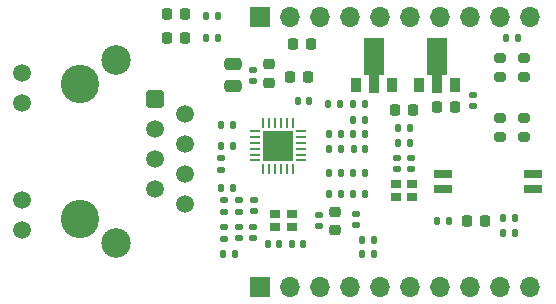
<source format=gbr>
%TF.GenerationSoftware,KiCad,Pcbnew,8.0.9-8.0.9-0~ubuntu22.04.1*%
%TF.CreationDate,2025-04-29T10:25:46+09:00*%
%TF.ProjectId,CANGatewayE,43414e47-6174-4657-9761-79452e6b6963,rev?*%
%TF.SameCoordinates,Original*%
%TF.FileFunction,Soldermask,Top*%
%TF.FilePolarity,Negative*%
%FSLAX46Y46*%
G04 Gerber Fmt 4.6, Leading zero omitted, Abs format (unit mm)*
G04 Created by KiCad (PCBNEW 8.0.9-8.0.9-0~ubuntu22.04.1) date 2025-04-29 10:25:46*
%MOMM*%
%LPD*%
G01*
G04 APERTURE LIST*
G04 Aperture macros list*
%AMRoundRect*
0 Rectangle with rounded corners*
0 $1 Rounding radius*
0 $2 $3 $4 $5 $6 $7 $8 $9 X,Y pos of 4 corners*
0 Add a 4 corners polygon primitive as box body*
4,1,4,$2,$3,$4,$5,$6,$7,$8,$9,$2,$3,0*
0 Add four circle primitives for the rounded corners*
1,1,$1+$1,$2,$3*
1,1,$1+$1,$4,$5*
1,1,$1+$1,$6,$7*
1,1,$1+$1,$8,$9*
0 Add four rect primitives between the rounded corners*
20,1,$1+$1,$2,$3,$4,$5,0*
20,1,$1+$1,$4,$5,$6,$7,0*
20,1,$1+$1,$6,$7,$8,$9,0*
20,1,$1+$1,$8,$9,$2,$3,0*%
%AMFreePoly0*
4,1,9,3.862500,-0.866500,0.737500,-0.866500,0.737500,-0.450000,-0.737500,-0.450000,-0.737500,0.450000,0.737500,0.450000,0.737500,0.866500,3.862500,0.866500,3.862500,-0.866500,3.862500,-0.866500,$1*%
G04 Aperture macros list end*
%ADD10C,2.500000*%
%ADD11C,1.500000*%
%ADD12RoundRect,0.250500X-0.499500X0.499500X-0.499500X-0.499500X0.499500X-0.499500X0.499500X0.499500X0*%
%ADD13C,3.250000*%
%ADD14RoundRect,0.135000X-0.135000X-0.185000X0.135000X-0.185000X0.135000X0.185000X-0.135000X0.185000X0*%
%ADD15RoundRect,0.135000X-0.185000X0.135000X-0.185000X-0.135000X0.185000X-0.135000X0.185000X0.135000X0*%
%ADD16RoundRect,0.140000X0.140000X0.170000X-0.140000X0.170000X-0.140000X-0.170000X0.140000X-0.170000X0*%
%ADD17RoundRect,0.135000X0.135000X0.185000X-0.135000X0.185000X-0.135000X-0.185000X0.135000X-0.185000X0*%
%ADD18R,0.900000X0.800000*%
%ADD19RoundRect,0.225000X-0.225000X-0.250000X0.225000X-0.250000X0.225000X0.250000X-0.225000X0.250000X0*%
%ADD20RoundRect,0.140000X-0.170000X0.140000X-0.170000X-0.140000X0.170000X-0.140000X0.170000X0.140000X0*%
%ADD21R,0.900000X1.300000*%
%ADD22FreePoly0,90.000000*%
%ADD23RoundRect,0.218750X-0.218750X-0.256250X0.218750X-0.256250X0.218750X0.256250X-0.218750X0.256250X0*%
%ADD24RoundRect,0.140000X0.170000X-0.140000X0.170000X0.140000X-0.170000X0.140000X-0.170000X-0.140000X0*%
%ADD25RoundRect,0.200000X-0.275000X0.200000X-0.275000X-0.200000X0.275000X-0.200000X0.275000X0.200000X0*%
%ADD26RoundRect,0.062500X0.062500X-0.375000X0.062500X0.375000X-0.062500X0.375000X-0.062500X-0.375000X0*%
%ADD27RoundRect,0.062500X0.375000X-0.062500X0.375000X0.062500X-0.375000X0.062500X-0.375000X-0.062500X0*%
%ADD28R,2.500000X2.500000*%
%ADD29RoundRect,0.225000X0.225000X0.250000X-0.225000X0.250000X-0.225000X-0.250000X0.225000X-0.250000X0*%
%ADD30RoundRect,0.225000X-0.250000X0.225000X-0.250000X-0.225000X0.250000X-0.225000X0.250000X0.225000X0*%
%ADD31RoundRect,0.250000X0.475000X-0.250000X0.475000X0.250000X-0.475000X0.250000X-0.475000X-0.250000X0*%
%ADD32RoundRect,0.218750X-0.256250X0.218750X-0.256250X-0.218750X0.256250X-0.218750X0.256250X0.218750X0*%
%ADD33RoundRect,0.135000X0.185000X-0.135000X0.185000X0.135000X-0.185000X0.135000X-0.185000X-0.135000X0*%
%ADD34R,1.600000X0.760000*%
%ADD35R,1.700000X1.700000*%
%ADD36O,1.700000X1.700000*%
G04 APERTURE END LIST*
D10*
%TO.C,J5*%
X13200000Y4960000D03*
X13200000Y20450000D03*
D11*
X5250000Y6080000D03*
X5250000Y8620000D03*
X5250000Y16790000D03*
X5250000Y19330000D03*
X19050000Y8265000D03*
X16510000Y9525000D03*
X19050000Y10805000D03*
X16510000Y12065000D03*
X19050000Y13345000D03*
X16510000Y14605000D03*
X19050000Y15885000D03*
D12*
X16510000Y17145000D03*
D13*
X10150000Y6990000D03*
X10150000Y18420000D03*
%TD*%
D14*
%TO.C,R23*%
X22240000Y4000000D03*
X23260000Y4000000D03*
%TD*%
D15*
%TO.C,R18*%
X22352000Y8638000D03*
X22352000Y7618000D03*
%TD*%
D16*
%TO.C,C10*%
X35024000Y4064000D03*
X34064000Y4064000D03*
%TD*%
D17*
%TO.C,R3*%
X34292000Y9144000D03*
X33272000Y9144000D03*
%TD*%
%TO.C,R6*%
X34294000Y16764000D03*
X33274000Y16764000D03*
%TD*%
D15*
%TO.C,R16*%
X23622000Y8638000D03*
X23622000Y7618000D03*
%TD*%
D18*
%TO.C,Y1*%
X38292000Y9948000D03*
X36892000Y9948000D03*
X36892000Y8848000D03*
X38292000Y8848000D03*
%TD*%
D19*
%TO.C,C22*%
X36804000Y16256000D03*
X38354000Y16256000D03*
%TD*%
D20*
%TO.C,C19*%
X24892000Y8608000D03*
X24892000Y7648000D03*
%TD*%
D21*
%TO.C,U5*%
X38886000Y18370000D03*
D22*
X40386000Y18457500D03*
D21*
X41886000Y18370000D03*
%TD*%
D17*
%TO.C,R1*%
X38104000Y13462000D03*
X37084000Y13462000D03*
%TD*%
%TO.C,R22*%
X21846000Y24172000D03*
X20826000Y24172000D03*
%TD*%
D16*
%TO.C,C16*%
X34290000Y12954000D03*
X33330000Y12954000D03*
%TD*%
D20*
%TO.C,C20*%
X24830000Y6350000D03*
X24830000Y5390000D03*
%TD*%
D14*
%TO.C,R12*%
X22098000Y13208000D03*
X23118000Y13208000D03*
%TD*%
D23*
%TO.C,D1*%
X17500500Y22352000D03*
X19075500Y22352000D03*
%TD*%
D24*
%TO.C,C1*%
X38201600Y11204000D03*
X38201600Y12164000D03*
%TD*%
D17*
%TO.C,R9*%
X32260000Y12954000D03*
X31240000Y12954000D03*
%TD*%
D25*
%TO.C,JP3*%
X47752000Y15557000D03*
X47752000Y13907000D03*
%TD*%
D26*
%TO.C,U2*%
X25666000Y11270500D03*
X26166000Y11270500D03*
X26666000Y11270500D03*
X27166000Y11270500D03*
X27666000Y11270500D03*
X28166000Y11270500D03*
D27*
X28853500Y11958000D03*
X28853500Y12458000D03*
X28853500Y12958000D03*
X28853500Y13458000D03*
X28853500Y13958000D03*
X28853500Y14458000D03*
D26*
X28166000Y15145500D03*
X27666000Y15145500D03*
X27166000Y15145500D03*
X26666000Y15145500D03*
X26166000Y15145500D03*
X25666000Y15145500D03*
D27*
X24978500Y14458000D03*
X24978500Y13958000D03*
X24978500Y13458000D03*
X24978500Y12958000D03*
X24978500Y12458000D03*
X24978500Y11958000D03*
D28*
X26916000Y13208000D03*
%TD*%
D29*
%TO.C,C24*%
X29718000Y21844000D03*
X28168000Y21844000D03*
%TD*%
D19*
%TO.C,C5*%
X42926000Y6858000D03*
X44476000Y6858000D03*
%TD*%
D25*
%TO.C,JP5*%
X45720000Y20637000D03*
X45720000Y18987000D03*
%TD*%
D20*
%TO.C,C11*%
X43434000Y17498000D03*
X43434000Y16538000D03*
%TD*%
D29*
%TO.C,C4*%
X29477000Y19050000D03*
X27927000Y19050000D03*
%TD*%
D17*
%TO.C,R7*%
X32260000Y10922000D03*
X31240000Y10922000D03*
%TD*%
D21*
%TO.C,U7*%
X33552000Y18370000D03*
D22*
X35052000Y18457500D03*
D21*
X36552000Y18370000D03*
%TD*%
D17*
%TO.C,R20*%
X47246000Y22352000D03*
X46226000Y22352000D03*
%TD*%
D14*
%TO.C,R13*%
X22096000Y14986000D03*
X23116000Y14986000D03*
%TD*%
D17*
%TO.C,R2*%
X34292000Y10922000D03*
X33272000Y10922000D03*
%TD*%
D30*
%TO.C,C15*%
X31750000Y7633000D03*
X31750000Y6083000D03*
%TD*%
D25*
%TO.C,JP4*%
X47752000Y20637000D03*
X47752000Y18987000D03*
%TD*%
D17*
%TO.C,R8*%
X32260000Y9144000D03*
X31240000Y9144000D03*
%TD*%
D31*
%TO.C,C17*%
X23114000Y18227000D03*
X23114000Y20127000D03*
%TD*%
D24*
%TO.C,C18*%
X24765000Y18697000D03*
X24765000Y19657000D03*
%TD*%
D29*
%TO.C,C23*%
X41923000Y16510000D03*
X40373000Y16510000D03*
%TD*%
D18*
%TO.C,Y2*%
X28070000Y7442902D03*
X26670000Y7442902D03*
X26670000Y6342902D03*
X28070000Y6342902D03*
%TD*%
D24*
%TO.C,C8*%
X33528000Y6505000D03*
X33528000Y7465000D03*
%TD*%
D32*
%TO.C,L1*%
X26162000Y20091500D03*
X26162000Y18516500D03*
%TD*%
D17*
%TO.C,R5*%
X34292000Y15367000D03*
X33272000Y15367000D03*
%TD*%
D33*
%TO.C,R17*%
X22352000Y5332000D03*
X22352000Y6352000D03*
%TD*%
D34*
%TO.C,SW1*%
X40894000Y10795000D03*
X40894000Y9525000D03*
X48514000Y9525000D03*
X48514000Y10795000D03*
%TD*%
D17*
%TO.C,R19*%
X46992000Y5842000D03*
X45972000Y5842000D03*
%TD*%
D20*
%TO.C,C14*%
X30353000Y7338000D03*
X30353000Y6378000D03*
%TD*%
D16*
%TO.C,C7*%
X38072000Y14732000D03*
X37112000Y14732000D03*
%TD*%
%TO.C,C13*%
X26995000Y4860902D03*
X26035000Y4860902D03*
%TD*%
%TO.C,C6*%
X29563000Y17018000D03*
X28603000Y17018000D03*
%TD*%
D25*
%TO.C,JP2*%
X45720000Y15557000D03*
X45720000Y13907000D03*
%TD*%
D16*
%TO.C,C3*%
X35024000Y5207000D03*
X34064000Y5207000D03*
%TD*%
D17*
%TO.C,R4*%
X34292000Y14224000D03*
X33272000Y14224000D03*
%TD*%
D20*
%TO.C,C2*%
X36982400Y12164000D03*
X36982400Y11204000D03*
%TD*%
D14*
%TO.C,R10*%
X31240000Y14224000D03*
X32260000Y14224000D03*
%TD*%
%TO.C,R14*%
X22096000Y9652000D03*
X23116000Y9652000D03*
%TD*%
D15*
%TO.C,R15*%
X22098000Y12194000D03*
X22098000Y11174000D03*
%TD*%
D23*
%TO.C,D2*%
X17500500Y24384000D03*
X19075500Y24384000D03*
%TD*%
D16*
%TO.C,C12*%
X29055000Y4860902D03*
X28095000Y4860902D03*
%TD*%
%TO.C,C25*%
X46962000Y7112000D03*
X46002000Y7112000D03*
%TD*%
D17*
%TO.C,R21*%
X21844000Y22352000D03*
X20824000Y22352000D03*
%TD*%
D14*
%TO.C,R11*%
X31113000Y16764000D03*
X32133000Y16764000D03*
%TD*%
D16*
%TO.C,C9*%
X41374000Y6858000D03*
X40414000Y6858000D03*
%TD*%
D20*
%TO.C,C21*%
X23622000Y6350000D03*
X23622000Y5390000D03*
%TD*%
D35*
%TO.C,J3*%
X25400000Y1270000D03*
D36*
X27940000Y1270000D03*
X30480000Y1270000D03*
X33020000Y1270000D03*
X35560000Y1270000D03*
X38100000Y1270000D03*
X40640000Y1270000D03*
X43180000Y1270000D03*
X45720000Y1270000D03*
X48260000Y1270000D03*
%TD*%
D35*
%TO.C,J4*%
X25400000Y24130000D03*
D36*
X27940000Y24130000D03*
X30480000Y24130000D03*
X33020000Y24130000D03*
X35560000Y24130000D03*
X38100000Y24130000D03*
X40640000Y24130000D03*
X43180000Y24130000D03*
X45720000Y24130000D03*
X48260000Y24130000D03*
%TD*%
M02*

</source>
